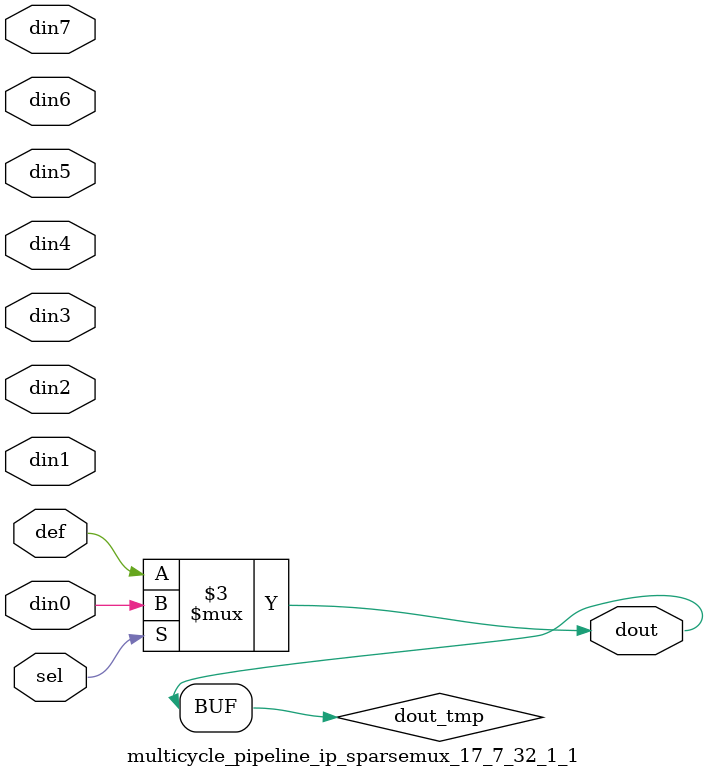
<source format=v>
`timescale 1ns / 1ps

module multicycle_pipeline_ip_sparsemux_17_7_32_1_1 (din0,din1,din2,din3,din4,din5,din6,din7,def,sel,dout);

parameter din0_WIDTH = 1;

parameter din1_WIDTH = 1;

parameter din2_WIDTH = 1;

parameter din3_WIDTH = 1;

parameter din4_WIDTH = 1;

parameter din5_WIDTH = 1;

parameter din6_WIDTH = 1;

parameter din7_WIDTH = 1;

parameter def_WIDTH = 1;
parameter sel_WIDTH = 1;
parameter dout_WIDTH = 1;

parameter [sel_WIDTH-1:0] CASE0 = 1;

parameter [sel_WIDTH-1:0] CASE1 = 1;

parameter [sel_WIDTH-1:0] CASE2 = 1;

parameter [sel_WIDTH-1:0] CASE3 = 1;

parameter [sel_WIDTH-1:0] CASE4 = 1;

parameter [sel_WIDTH-1:0] CASE5 = 1;

parameter [sel_WIDTH-1:0] CASE6 = 1;

parameter [sel_WIDTH-1:0] CASE7 = 1;

parameter ID = 1;
parameter NUM_STAGE = 1;



input [din0_WIDTH-1:0] din0;

input [din1_WIDTH-1:0] din1;

input [din2_WIDTH-1:0] din2;

input [din3_WIDTH-1:0] din3;

input [din4_WIDTH-1:0] din4;

input [din5_WIDTH-1:0] din5;

input [din6_WIDTH-1:0] din6;

input [din7_WIDTH-1:0] din7;

input [def_WIDTH-1:0] def;
input [sel_WIDTH-1:0] sel;

output [dout_WIDTH-1:0] dout;



reg [dout_WIDTH-1:0] dout_tmp;


always @ (*) begin
(* parallel_case *) case (sel)
    
    CASE0 : dout_tmp = din0;
    
    CASE1 : dout_tmp = din1;
    
    CASE2 : dout_tmp = din2;
    
    CASE3 : dout_tmp = din3;
    
    CASE4 : dout_tmp = din4;
    
    CASE5 : dout_tmp = din5;
    
    CASE6 : dout_tmp = din6;
    
    CASE7 : dout_tmp = din7;
    
    default : dout_tmp = def;
endcase
end


assign dout = dout_tmp;



endmodule

</source>
